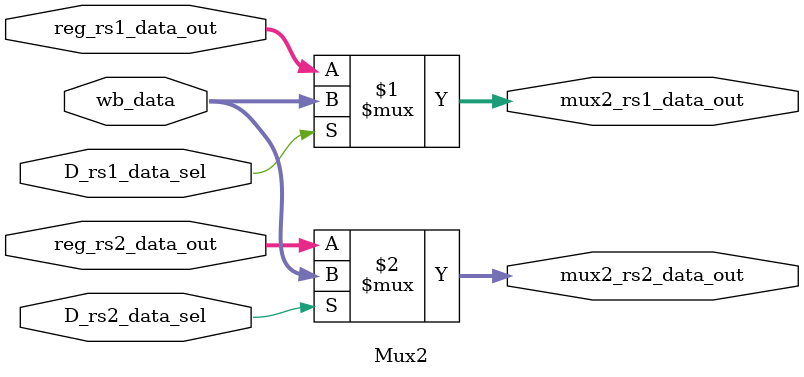
<source format=v>
module Mux2 (
    input [31:0] reg_rs1_data_out,
    input [31:0] reg_rs2_data_out,
    input [31:0] wb_data,

    input D_rs1_data_sel,
    input D_rs2_data_sel,
    
    output [31:0] mux2_rs1_data_out,
    output [31:0] mux2_rs2_data_out
);

assign mux2_rs1_data_out = (D_rs1_data_sel) ? wb_data : reg_rs1_data_out;
assign mux2_rs2_data_out = (D_rs2_data_sel) ? wb_data : reg_rs2_data_out;

endmodule
</source>
